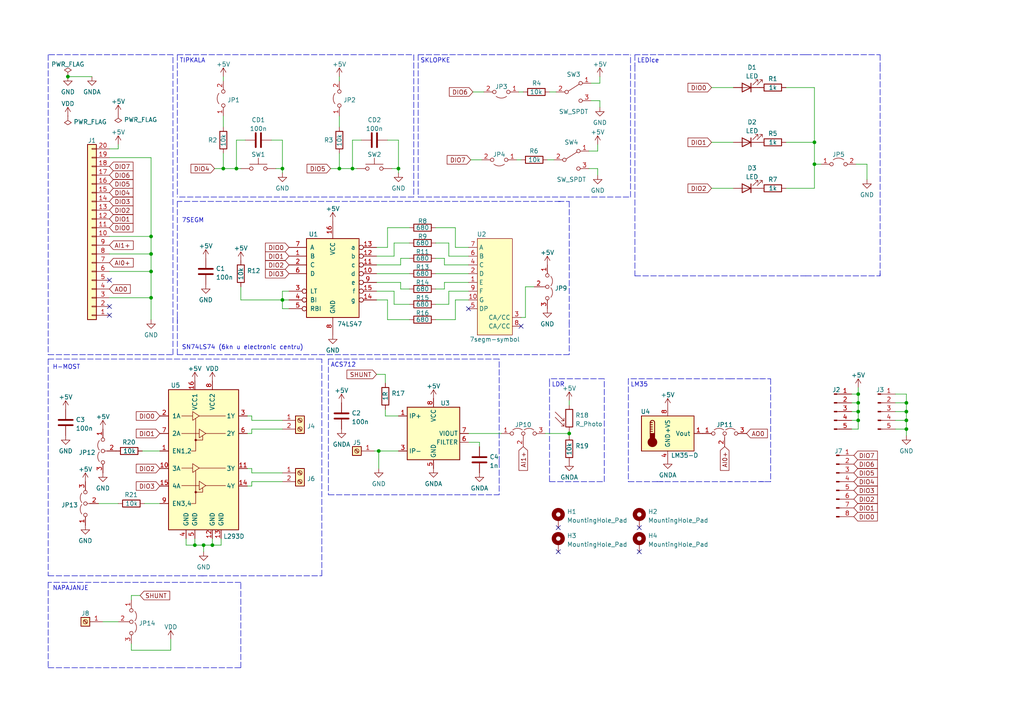
<source format=kicad_sch>
(kicad_sch (version 20211123) (generator eeschema)
  (paper "A4")
  (title_block (title "myDAQExpansionBoard") (date "2022-07-24") (rev "1") (company "TVZ"))
  (junction (at 59.055 158.115))
  (junction (at 248.92 116.84))
  (junction (at 56.515 158.115))
  (junction (at 248.92 114.3))
  (junction (at 61.595 158.115))
  (junction (at 262.89 124.46))
  (junction (at 236.22 47.625))
  (junction (at 262.89 121.92))
  (junction (at 109.855 130.81))
  (junction (at 68.58 48.895))
  (junction (at 115.57 48.895))
  (junction (at 81.915 48.895))
  (junction (at 102.235 48.895))
  (junction (at 165.1 125.73))
  (junction (at 236.22 41.275))
  (junction (at 248.92 121.92))
  (junction (at 262.89 119.38))
  (junction (at 19.685 22.225))
  (junction (at 43.815 73.66))
  (junction (at 81.915 86.995))
  (junction (at 43.815 78.74))
  (junction (at 43.815 86.36))
  (junction (at 64.77 48.895))
  (junction (at 262.89 116.84))
  (junction (at 98.425 48.895))
  (junction (at 248.92 119.38))
  (junction (at 43.815 68.58))
  (no_connect (at 185.42 153.035))
  (no_connect (at 135.89 89.535))
  (no_connect (at 31.75 88.9))
  (no_connect (at 31.75 81.28))
  (no_connect (at 31.75 91.44))
  (no_connect (at 185.42 160.02))
  (no_connect (at 151.13 94.615))
  (no_connect (at 161.925 153.035))
  (no_connect (at 161.925 160.02))
  (wire (pts (xy 43.815 86.36) (xy 43.815 78.74)))
  (wire (pts (xy 236.22 54.61) (xy 236.22 47.625)))
  (wire (pts (xy 62.23 48.895) (xy 64.77 48.895)))
  (wire (pts (xy 80.01 48.895) (xy 81.915 48.895)))
  (wire (pts (xy 251.46 47.625) (xy 248.285 47.625)))
  (wire (pts (xy 112.395 40.64) (xy 115.57 40.64)))
  (wire (pts (xy 259.715 121.92) (xy 262.89 121.92)))
  (polyline (pts (xy 165.1 102.87) (xy 51.435 102.87)))
  (polyline (pts (xy 220.345 109.855) (xy 223.52 109.855)))
  (wire (pts (xy 137.16 26.67) (xy 140.335 26.67)))
  (wire (pts (xy 81.915 86.995) (xy 69.85 86.995)))
  (wire (pts (xy 238.125 47.625) (xy 236.22 47.625)))
  (wire (pts (xy 115.57 40.64) (xy 115.57 48.895)))
  (wire (pts (xy 31.75 43.18) (xy 34.29 43.18)))
  (polyline (pts (xy 51.435 15.875) (xy 120.015 15.875)))
  (wire (pts (xy 128.905 81.915) (xy 128.905 83.82)))
  (wire (pts (xy 158.75 46.355) (xy 160.655 46.355)))
  (wire (pts (xy 126.365 79.375) (xy 135.89 79.375)))
  (wire (pts (xy 236.22 47.625) (xy 236.22 41.275)))
  (polyline (pts (xy 121.285 57.15) (xy 182.88 57.15)))
  (polyline (pts (xy 51.435 58.42) (xy 51.435 93.98)))
  (wire (pts (xy 112.395 86.995) (xy 109.22 86.995)))
  (wire (pts (xy 248.92 114.3) (xy 248.92 116.84)))
  (polyline (pts (xy 69.85 193.675) (xy 69.85 168.91)))
  (wire (pts (xy 135.89 125.73) (xy 145.415 125.73)))
  (wire (pts (xy 149.86 46.355) (xy 151.13 46.355)))
  (polyline (pts (xy 184.15 80.01) (xy 233.68 80.01)))
  (wire (pts (xy 73.025 121.92) (xy 81.915 121.92)))
  (wire (pts (xy 118.745 92.71) (xy 112.395 92.71)))
  (polyline (pts (xy 13.97 102.87) (xy 50.165 102.87)))
  (wire (pts (xy 114.3 70.485) (xy 114.3 74.295)))
  (wire (pts (xy 116.205 83.82) (xy 116.205 81.915)))
  (wire (pts (xy 68.58 48.895) (xy 69.85 48.895)))
  (wire (pts (xy 109.22 108.585) (xy 111.76 108.585)))
  (wire (pts (xy 31.75 68.58) (xy 43.815 68.58)))
  (polyline (pts (xy 184.15 15.875) (xy 184.15 19.05)))
  (wire (pts (xy 81.915 84.455) (xy 81.915 86.995)))
  (polyline (pts (xy 121.285 15.875) (xy 121.285 57.15)))
  (polyline (pts (xy 13.97 193.675) (xy 52.07 193.675)))
  (polyline (pts (xy 223.52 109.855) (xy 223.52 139.7)))
  (wire (pts (xy 19.685 22.225) (xy 26.67 22.225)))
  (polyline (pts (xy 175.26 139.7) (xy 175.26 109.855)))
  (wire (pts (xy 154.94 83.185) (xy 152.4 83.185)))
  (wire (pts (xy 118.745 70.485) (xy 114.3 70.485)))
  (wire (pts (xy 31.75 78.74) (xy 43.815 78.74)))
  (wire (pts (xy 102.235 40.64) (xy 102.235 48.895)))
  (wire (pts (xy 173.99 31.115) (xy 173.99 29.21)))
  (wire (pts (xy 116.205 81.915) (xy 109.22 81.915)))
  (wire (pts (xy 98.425 22.225) (xy 98.425 23.495)))
  (wire (pts (xy 132.08 66.04) (xy 126.365 66.04)))
  (polyline (pts (xy 121.285 15.875) (xy 182.88 15.875)))
  (wire (pts (xy 98.425 33.655) (xy 98.425 36.83)))
  (wire (pts (xy 173.99 29.21) (xy 171.45 29.21)))
  (polyline (pts (xy 144.78 133.985) (xy 144.78 104.14)))
  (wire (pts (xy 43.815 73.66) (xy 43.815 68.58)))
  (wire (pts (xy 112.395 66.04) (xy 112.395 71.755)))
  (wire (pts (xy 139.065 128.27) (xy 139.065 129.54)))
  (wire (pts (xy 248.92 121.92) (xy 248.92 124.46)))
  (wire (pts (xy 259.715 119.38) (xy 262.89 119.38)))
  (wire (pts (xy 247.015 114.3) (xy 248.92 114.3)))
  (wire (pts (xy 206.375 25.4) (xy 212.725 25.4)))
  (wire (pts (xy 115.57 50.165) (xy 115.57 48.895)))
  (wire (pts (xy 41.91 146.05) (xy 46.355 146.05)))
  (wire (pts (xy 102.235 40.64) (xy 104.775 40.64)))
  (wire (pts (xy 135.89 76.835) (xy 128.905 76.835)))
  (wire (pts (xy 78.74 40.64) (xy 81.915 40.64)))
  (wire (pts (xy 262.89 126.365) (xy 262.89 124.46)))
  (wire (pts (xy 43.815 78.74) (xy 43.815 73.66)))
  (wire (pts (xy 95.885 48.895) (xy 98.425 48.895)))
  (wire (pts (xy 98.425 48.895) (xy 102.235 48.895)))
  (wire (pts (xy 73.025 135.89) (xy 73.025 137.16)))
  (wire (pts (xy 111.76 120.65) (xy 111.76 118.745)))
  (wire (pts (xy 130.175 88.265) (xy 126.365 88.265)))
  (polyline (pts (xy 159.385 110.49) (xy 159.385 139.7)))
  (wire (pts (xy 128.905 76.835) (xy 128.905 74.93)))
  (wire (pts (xy 259.715 116.84) (xy 262.89 116.84)))
  (wire (pts (xy 135.89 74.295) (xy 130.175 74.295)))
  (polyline (pts (xy 212.09 109.855) (xy 182.245 109.855)))
  (wire (pts (xy 247.015 116.84) (xy 248.92 116.84)))
  (wire (pts (xy 248.92 116.84) (xy 248.92 119.38)))
  (wire (pts (xy 49.53 188.595) (xy 49.53 185.42)))
  (wire (pts (xy 69.85 83.185) (xy 69.85 86.995)))
  (wire (pts (xy 73.025 125.73) (xy 73.025 124.46)))
  (polyline (pts (xy 93.345 167.005) (xy 93.345 104.14)))
  (wire (pts (xy 68.58 40.64) (xy 71.12 40.64)))
  (wire (pts (xy 118.745 88.265) (xy 114.3 88.265)))
  (wire (pts (xy 73.025 140.97) (xy 71.755 140.97)))
  (wire (pts (xy 109.22 79.375) (xy 118.745 79.375)))
  (polyline (pts (xy 221.615 139.7) (xy 211.455 139.7)))
  (wire (pts (xy 165.1 116.205) (xy 165.1 117.475)))
  (wire (pts (xy 247.015 119.38) (xy 248.92 119.38)))
  (wire (pts (xy 248.92 112.395) (xy 248.92 114.3)))
  (wire (pts (xy 152.4 83.185) (xy 152.4 92.075)))
  (polyline (pts (xy 175.26 109.855) (xy 159.385 109.855)))
  (wire (pts (xy 81.915 48.895) (xy 81.915 50.165)))
  (wire (pts (xy 114.3 84.455) (xy 109.22 84.455)))
  (wire (pts (xy 68.58 40.64) (xy 68.58 48.895)))
  (wire (pts (xy 116.205 76.835) (xy 109.22 76.835)))
  (wire (pts (xy 38.1 188.595) (xy 49.53 188.595)))
  (polyline (pts (xy 190.5 139.7) (xy 212.09 139.7)))
  (wire (pts (xy 64.77 48.895) (xy 68.58 48.895)))
  (wire (pts (xy 73.025 120.65) (xy 71.755 120.65)))
  (wire (pts (xy 115.57 120.65) (xy 111.76 120.65)))
  (wire (pts (xy 262.89 124.46) (xy 262.89 121.92)))
  (wire (pts (xy 227.965 41.275) (xy 236.22 41.275)))
  (wire (pts (xy 73.025 139.7) (xy 73.025 140.97)))
  (polyline (pts (xy 93.345 104.14) (xy 13.97 104.14)))
  (wire (pts (xy 128.905 74.93) (xy 126.365 74.93)))
  (wire (pts (xy 136.525 46.355) (xy 139.7 46.355)))
  (wire (pts (xy 135.89 71.755) (xy 132.08 71.755)))
  (wire (pts (xy 64.135 158.115) (xy 64.135 156.21)))
  (polyline (pts (xy 233.68 15.875) (xy 255.27 15.875)))
  (wire (pts (xy 108.585 130.81) (xy 109.855 130.81)))
  (polyline (pts (xy 161.925 58.42) (xy 165.1 58.42)))
  (polyline (pts (xy 144.78 133.985) (xy 144.78 143.51)))
  (wire (pts (xy 81.915 89.535) (xy 81.915 86.995)))
  (polyline (pts (xy 50.165 15.875) (xy 13.97 15.875)))
  (wire (pts (xy 98.425 48.895) (xy 98.425 44.45)))
  (wire (pts (xy 73.025 121.92) (xy 73.025 120.65)))
  (wire (pts (xy 31.75 86.36) (xy 43.815 86.36)))
  (wire (pts (xy 171.45 24.13) (xy 173.99 24.13)))
  (wire (pts (xy 53.975 158.115) (xy 56.515 158.115)))
  (polyline (pts (xy 120.015 57.15) (xy 51.435 57.15)))
  (wire (pts (xy 128.905 83.82) (xy 126.365 83.82)))
  (wire (pts (xy 165.1 125.095) (xy 165.1 125.73)))
  (wire (pts (xy 71.755 135.89) (xy 73.025 135.89)))
  (wire (pts (xy 81.915 86.995) (xy 83.82 86.995)))
  (polyline (pts (xy 255.27 19.05) (xy 255.27 80.01)))
  (wire (pts (xy 43.815 68.58) (xy 43.815 45.72)))
  (polyline (pts (xy 13.97 168.91) (xy 13.97 193.675)))
  (wire (pts (xy 71.755 125.73) (xy 73.025 125.73)))
  (wire (pts (xy 59.055 158.115) (xy 59.055 160.02)))
  (wire (pts (xy 112.395 92.71) (xy 112.395 86.995)))
  (polyline (pts (xy 159.385 139.7) (xy 175.26 139.7)))
  (polyline (pts (xy 58.42 167.005) (xy 93.345 167.005)))
  (polyline (pts (xy 95.25 143.51) (xy 144.78 143.51)))
  (wire (pts (xy 56.515 158.115) (xy 59.055 158.115)))
  (polyline (pts (xy 165.1 58.42) (xy 165.1 93.98)))
  (wire (pts (xy 109.855 130.81) (xy 115.57 130.81)))
  (wire (pts (xy 31.75 73.66) (xy 43.815 73.66)))
  (wire (pts (xy 114.3 74.295) (xy 109.22 74.295)))
  (polyline (pts (xy 165.1 93.345) (xy 165.1 102.87)))
  (wire (pts (xy 38.1 186.69) (xy 38.1 188.595)))
  (wire (pts (xy 81.915 40.64) (xy 81.915 48.895)))
  (wire (pts (xy 56.515 156.21) (xy 56.515 158.115)))
  (wire (pts (xy 38.1 172.72) (xy 40.64 172.72)))
  (wire (pts (xy 247.015 121.92) (xy 248.92 121.92)))
  (polyline (pts (xy 144.78 104.14) (xy 95.25 104.14)))
  (wire (pts (xy 53.975 156.21) (xy 53.975 158.115)))
  (wire (pts (xy 132.08 71.755) (xy 132.08 66.04)))
  (wire (pts (xy 64.77 48.895) (xy 64.77 44.45)))
  (wire (pts (xy 130.175 70.485) (xy 126.365 70.485)))
  (wire (pts (xy 130.175 84.455) (xy 130.175 88.265)))
  (wire (pts (xy 227.965 54.61) (xy 236.22 54.61)))
  (wire (pts (xy 248.92 124.46) (xy 247.015 124.46)))
  (wire (pts (xy 102.235 48.895) (xy 103.505 48.895)))
  (wire (pts (xy 259.715 124.46) (xy 262.89 124.46)))
  (wire (pts (xy 83.82 84.455) (xy 81.915 84.455)))
  (wire (pts (xy 38.1 172.72) (xy 38.1 173.99)))
  (wire (pts (xy 158.115 125.73) (xy 165.1 125.73)))
  (wire (pts (xy 262.89 119.38) (xy 262.89 116.84)))
  (polyline (pts (xy 255.27 15.875) (xy 255.27 19.05)))
  (wire (pts (xy 130.175 74.295) (xy 130.175 70.485)))
  (polyline (pts (xy 255.27 80.01) (xy 255.27 79.375)))
  (wire (pts (xy 112.395 71.755) (xy 109.22 71.755)))
  (wire (pts (xy 109.855 130.81) (xy 109.855 135.89)))
  (polyline (pts (xy 13.97 167.005) (xy 59.055 167.005)))
  (wire (pts (xy 59.055 158.115) (xy 61.595 158.115)))
  (polyline (pts (xy 223.52 139.7) (xy 220.345 139.7)))
  (wire (pts (xy 64.77 33.655) (xy 64.77 36.83)))
  (polyline (pts (xy 13.97 104.14) (xy 13.97 167.005)))
  (wire (pts (xy 114.3 88.265) (xy 114.3 84.455)))
  (polyline (pts (xy 233.68 15.875) (xy 184.15 15.875)))
  (polyline (pts (xy 182.88 57.15) (xy 182.88 15.875)))
  (polyline (pts (xy 182.245 109.855) (xy 182.245 139.7)))
  (wire (pts (xy 73.025 124.46) (xy 81.915 124.46)))
  (polyline (pts (xy 52.07 193.675) (xy 69.85 193.675)))
  (wire (pts (xy 135.89 86.995) (xy 132.08 86.995)))
  (polyline (pts (xy 159.385 109.855) (xy 159.385 110.49)))
  (wire (pts (xy 206.375 54.61) (xy 212.725 54.61)))
  (polyline (pts (xy 95.25 104.14) (xy 95.25 143.51)))
  (wire (pts (xy 248.92 119.38) (xy 248.92 121.92)))
  (polyline (pts (xy 182.245 139.7) (xy 192.405 139.7)))
  (wire (pts (xy 173.355 50.8) (xy 173.355 48.895)))
  (wire (pts (xy 41.275 130.81) (xy 46.355 130.81)))
  (polyline (pts (xy 50.165 102.87) (xy 50.165 15.875)))
  (wire (pts (xy 170.815 43.815) (xy 173.355 43.815)))
  (wire (pts (xy 34.29 43.18) (xy 34.29 41.91)))
  (polyline (pts (xy 211.455 109.855) (xy 221.615 109.855)))
  (wire (pts (xy 43.815 92.71) (xy 43.815 86.36)))
  (wire (pts (xy 262.89 121.92) (xy 262.89 119.38)))
  (wire (pts (xy 61.595 156.21) (xy 61.595 158.115)))
  (wire (pts (xy 135.89 84.455) (xy 130.175 84.455)))
  (wire (pts (xy 262.89 114.3) (xy 259.715 114.3)))
  (wire (pts (xy 81.915 139.7) (xy 73.025 139.7)))
  (wire (pts (xy 73.025 137.16) (xy 81.915 137.16)))
  (wire (pts (xy 135.89 81.915) (xy 128.905 81.915)))
  (wire (pts (xy 173.99 24.13) (xy 173.99 22.225)))
  (wire (pts (xy 118.745 83.82) (xy 116.205 83.82)))
  (wire (pts (xy 251.46 52.07) (xy 251.46 47.625)))
  (polyline (pts (xy 51.435 102.87) (xy 51.435 92.075)))
  (polyline (pts (xy 233.68 80.01) (xy 255.27 80.01)))
  (wire (pts (xy 236.22 41.275) (xy 236.22 25.4)))
  (wire (pts (xy 132.08 86.995) (xy 132.08 92.71)))
  (wire (pts (xy 132.08 92.71) (xy 126.365 92.71)))
  (wire (pts (xy 29.845 180.34) (xy 34.29 180.34)))
  (wire (pts (xy 150.495 26.67) (xy 151.765 26.67)))
  (polyline (pts (xy 51.435 15.875) (xy 51.435 57.15)))
  (wire (pts (xy 28.575 146.05) (xy 34.29 146.05)))
  (polyline (pts (xy 69.85 168.91) (xy 13.97 168.91)))
  (wire (pts (xy 118.745 74.93) (xy 116.205 74.93)))
  (wire (pts (xy 83.82 89.535) (xy 81.915 89.535)))
  (wire (pts (xy 43.815 45.72) (xy 31.75 45.72)))
  (wire (pts (xy 173.355 43.815) (xy 173.355 41.91)))
  (wire (pts (xy 151.13 92.075) (xy 152.4 92.075)))
  (wire (pts (xy 135.89 128.27) (xy 139.065 128.27)))
  (wire (pts (xy 61.595 158.115) (xy 64.135 158.115)))
  (polyline (pts (xy 184.15 19.05) (xy 184.15 80.01)))
  (wire (pts (xy 116.205 74.93) (xy 116.205 76.835)))
  (wire (pts (xy 173.355 48.895) (xy 170.815 48.895)))
  (wire (pts (xy 236.22 25.4) (xy 227.965 25.4)))
  (polyline (pts (xy 13.97 15.875) (xy 13.97 102.87)))
  (wire (pts (xy 111.76 108.585) (xy 111.76 111.125)))
  (wire (pts (xy 159.385 26.67) (xy 161.29 26.67)))
  (wire (pts (xy 206.375 41.275) (xy 212.725 41.275)))
  (polyline (pts (xy 162.56 58.42) (xy 51.435 58.42)))
  (wire (pts (xy 118.745 66.04) (xy 112.395 66.04)))
  (wire (pts (xy 262.89 116.84) (xy 262.89 114.3)))
  (wire (pts (xy 165.1 125.73) (xy 165.1 126.365)))
  (wire (pts (xy 113.665 48.895) (xy 115.57 48.895)))
  (wire (pts (xy 64.77 22.225) (xy 64.77 23.495)))
  (polyline (pts (xy 120.015 15.875) (xy 120.015 57.15)))
  (text "TO-DO:\n- potenciometar s kondenzatorom\n- hmost kondenzatori\n- smanjiti silkscreen konektora za stepper\n- da li je redosljed izlaza hmosta dobar?\n- dioda za reverse polarity protection\n- ne treba odvojiti gnd, samo udaljiti analogni od digitalnog dijela\n- sklopka: dolje napajanje gore GND\n- ukrasiti legendu korisnim informacijama i oblicima\n- provjeriti cijelu shemu\n- tvz logo, jk logo, JLCJLCJLCJLC, gmail adresa\n- na pločici zaljepiti kaptoj traku ispod shunta\n\nDONE:\n- 2 tipkala i pritezni otpornici (2 jumpera za pull up) - DIO 4,5\n- 2 sklopke i pritezni otpornici (2 jumpera za pull up) - DIO 6,7\n- 4 LEDice - DIO 0,1,2,3\n- IC za 7.segm zaslon - DIO 0,1,2\n- LDR - AIO\n- LM35 - AI1\n- shunt i priključnice\n- acs712, AI0\n- L293D 4 digitalna izlaza, DIP s profi podnožjem\n- staviti 1x05 strip za GND\n- staviti 1x05 strip za +5V" (at 302.26 94.615 0) (effects (font (size 1.27 1.27)) (justify left bottom)))
  (text "SN74LS74 (6kn u electronic centru)" (at 52.705 101.6 0) (effects (font (size 1.27 1.27)) (justify left bottom)))
  (text "LM35" (at 182.88 112.395 0) (effects (font (size 1.27 1.27)) (justify left bottom)))
  (text "7SEGM" (at 52.705 64.77 0) (effects (font (size 1.27 1.27)) (justify left bottom)))
  (text "ACS712" (at 95.885 106.68 0) (effects (font (size 1.27 1.27)) (justify left bottom)))
  (text "NAPAJANJE" (at 15.24 171.45 0) (effects (font (size 1.27 1.27)) (justify left bottom)))
  (text "TIPKALA" (at 52.07 18.415 0) (effects (font (size 1.27 1.27)) (justify left bottom)))
  (text "H-MOST" (at 15.24 107.315 0) (effects (font (size 1.27 1.27)) (justify left bottom)))
  (text "LDR" (at 160.02 112.395 0) (effects (font (size 1.27 1.27)) (justify left bottom)))
  (text "LEDice" (at 184.785 18.415 0) (effects (font (size 1.27 1.27)) (justify left bottom)))
  (text "SKLOPKE" (at 121.92 18.415 0) (effects (font (size 1.27 1.27)) (justify left bottom)))
  (global_label "DIO5" (shape input) (at 95.885 48.895 180) (property "Intersheet References" "${INTERSHEET_REFS}" (effects hide)))
  (global_label "DIO3" (shape input) (at 83.82 79.375 180) (property "Intersheet References" "${INTERSHEET_REFS}" (effects hide)))
  (global_label "DIO1" (shape input) (at 46.355 125.73 180) (property "Intersheet References" "${INTERSHEET_REFS}" (effects hide)))
  (global_label "DIO2" (shape input) (at 46.355 135.89 180) (property "Intersheet References" "${INTERSHEET_REFS}" (effects hide)))
  (global_label "DIO1" (shape input) (at 83.82 74.295 180) (property "Intersheet References" "${INTERSHEET_REFS}" (effects hide)))
  (global_label "AI1+" (shape input) (at 31.75 71.12 0) (property "Intersheet References" "${INTERSHEET_REFS}" (effects hide)))
  (global_label "DIO3" (shape input) (at 46.355 140.97 180) (property "Intersheet References" "${INTERSHEET_REFS}" (effects hide)))
  (global_label "AI0+" (shape input) (at 31.75 76.2 0) (property "Intersheet References" "${INTERSHEET_REFS}" (effects hide)))
  (global_label "DIO1" (shape input) (at 206.375 41.275 180) (property "Intersheet References" "${INTERSHEET_REFS}" (effects hide)))
  (global_label "DIO0" (shape input) (at 46.355 120.65 180) (property "Intersheet References" "${INTERSHEET_REFS}" (effects hide)))
  (global_label "DIO7" (shape input) (at 247.65 132.08 0) (property "Intersheet References" "${INTERSHEET_REFS}" (effects hide)))
  (global_label "DIO2" (shape input) (at 247.65 144.78 0) (property "Intersheet References" "${INTERSHEET_REFS}" (effects hide)))
  (global_label "DIO4" (shape input) (at 62.23 48.895 180) (property "Intersheet References" "${INTERSHEET_REFS}" (effects hide)))
  (global_label "SHUNT" (shape input) (at 109.22 108.585 180) (property "Intersheet References" "${INTERSHEET_REFS}" (effects hide)))
  (global_label "AI0+" (shape input) (at 210.185 129.54 270) (property "Intersheet References" "${INTERSHEET_REFS}" (effects hide)))
  (global_label "DIO0" (shape input) (at 247.65 149.86 0) (property "Intersheet References" "${INTERSHEET_REFS}" (effects hide)))
  (global_label "DIO2" (shape input) (at 206.375 54.61 180) (property "Intersheet References" "${INTERSHEET_REFS}" (effects hide)))
  (global_label "DIO4" (shape input) (at 247.65 139.7 0) (property "Intersheet References" "${INTERSHEET_REFS}" (effects hide)))
  (global_label "DIO4" (shape input) (at 31.75 55.88 0) (property "Intersheet References" "${INTERSHEET_REFS}" (effects hide)))
  (global_label "AI1+" (shape input) (at 151.765 129.54 270) (property "Intersheet References" "${INTERSHEET_REFS}" (effects hide)))
  (global_label "DIO3" (shape input) (at 31.75 58.42 0) (property "Intersheet References" "${INTERSHEET_REFS}" (effects hide)))
  (global_label "DIO1" (shape input) (at 247.65 147.32 0) (property "Intersheet References" "${INTERSHEET_REFS}" (effects hide)))
  (global_label "DIO6" (shape input) (at 137.16 26.67 180) (property "Intersheet References" "${INTERSHEET_REFS}" (effects hide)))
  (global_label "DIO5" (shape input) (at 31.75 53.34 0) (property "Intersheet References" "${INTERSHEET_REFS}" (effects hide)))
  (global_label "DIO2" (shape input) (at 31.75 60.96 0) (property "Intersheet References" "${INTERSHEET_REFS}" (effects hide)))
  (global_label "DIO0" (shape input) (at 31.75 66.04 0) (property "Intersheet References" "${INTERSHEET_REFS}" (effects hide)))
  (global_label "DIO0" (shape input) (at 83.82 71.755 180) (property "Intersheet References" "${INTERSHEET_REFS}" (effects hide)))
  (global_label "DIO7" (shape input) (at 136.525 46.355 180) (property "Intersheet References" "${INTERSHEET_REFS}" (effects hide)))
  (global_label "AO0" (shape input) (at 31.75 83.82 0) (property "Intersheet References" "${INTERSHEET_REFS}" (effects hide)))
  (global_label "DIO1" (shape input) (at 31.75 63.5 0) (property "Intersheet References" "${INTERSHEET_REFS}" (effects hide)))
  (global_label "DIO0" (shape input) (at 206.375 25.4 180) (property "Intersheet References" "${INTERSHEET_REFS}" (effects hide)))
  (global_label "DIO7" (shape input) (at 31.75 48.26 0) (property "Intersheet References" "${INTERSHEET_REFS}" (effects hide)))
  (global_label "AO0" (shape input) (at 216.535 125.73 0) (property "Intersheet References" "${INTERSHEET_REFS}" (effects hide)))
  (global_label "DIO6" (shape input) (at 31.75 50.8 0) (property "Intersheet References" "${INTERSHEET_REFS}" (effects hide)))
  (global_label "SHUNT" (shape input) (at 40.64 172.72 0) (property "Intersheet References" "${INTERSHEET_REFS}" (effects hide)))
  (global_label "DIO5" (shape input) (at 247.65 137.16 0) (property "Intersheet References" "${INTERSHEET_REFS}" (effects hide)))
  (global_label "DIO6" (shape input) (at 247.65 134.62 0) (property "Intersheet References" "${INTERSHEET_REFS}" (effects hide)))
  (global_label "DIO2" (shape input) (at 83.82 76.835 180) (property "Intersheet References" "${INTERSHEET_REFS}" (effects hide)))
  (global_label "DIO3" (shape input) (at 247.65 142.24 0) (property "Intersheet References" "${INTERSHEET_REFS}" (effects hide)))
  (symbol (lib_id "Device:R") (at 224.155 54.61 90) (unit 1)
    (property "Reference" "R7" (at 224.155 52.07 90))
    (property "Value" "1k" (at 224.155 54.61 90))
    (property "Footprint" "Resistor_SMD:R_0603_1608Metric" (effects hide))
  )
  (symbol (lib_id "Device:LED") (at 216.535 25.4 180) (unit 1)
    (property "Reference" "D1" (at 218.1225 19.5412 0))
    (property "Value" "LED" (at 218.1225 22.0781 0))
    (property "Footprint" "LED_THT:LED_D5.0mm" (effects hide))
  )
  (symbol (lib_id "Device:R") (at 37.465 130.81 90) (unit 1)
    (property "Reference" "R20" (at 39.37 128.27 90) (effects (justify left)))
    (property "Value" "10k" (at 39.37 130.81 90) (effects (justify left)))
    (property "Footprint" "Resistor_SMD:R_0603_1608Metric" (effects hide))
  )
  (symbol (lib_id "power:+5V") (at 158.75 76.835 0) (unit 1)
    (property "Reference" "#PWR020" (effects hide))
    (property "Value" "+5V" (at 158.75 73.2592 0))
  )
  (symbol (lib_id "Driver_Motor:L293D") (at 59.055 135.89 0) (unit 1)
    (property "Reference" "U5" (at 49.53 111.76 0) (effects (justify left)))
    (property "Value" "L293D" (at 64.77 155.575 0) (effects (justify left)))
    (property "Footprint" "Package_DIP:DIP-16_W7.62mm" (effects hide))
    (property "Datasheet" "http://www.ti.com/lit/ds/symlink/l293.pdf" (effects hide))
  )
  (symbol (lib_id "Device:R") (at 64.77 40.64 0) (unit 1)
    (property "Reference" "R2" (at 60.325 40.64 0) (effects (justify left)))
    (property "Value" "10k" (at 64.77 42.545 90) (effects (justify left)))
    (property "Footprint" "Resistor_SMD:R_0603_1608Metric" (effects hide))
  )
  (symbol (lib_id "74xx:74LS47") (at 96.52 79.375 0) (unit 1)
    (property "Reference" "U1" (at 89.535 67.945 0) (effects (justify left)))
    (property "Value" "74LS47" (at 97.79 93.98 0) (effects (justify left)))
    (property "Footprint" "Package_DIP:DIP-16_W7.62mm" (effects hide))
    (property "Datasheet" "http://www.ti.com/lit/gpn/sn74LS47" (effects hide))
  )
  (symbol (lib_id "Symbols:7segm-symbol") (at 143.51 81.915 0) (unit 1)
    (property "Reference" "U2" (at 139.7 67.945 0))
    (property "Value" "7segm-symbol" (at 143.51 98.425 0))
    (property "Footprint" "Library:7segm-SA52" (effects hide))
  )
  (symbol (lib_id "Device:LED") (at 216.535 54.61 180) (unit 1)
    (property "Reference" "D3" (at 218.1225 48.7512 0))
    (property "Value" "LED" (at 218.1225 51.2881 0))
    (property "Footprint" "LED_THT:LED_D5.0mm" (effects hide))
  )
  (symbol (lib_id "Mechanical:MountingHole_Pad") (at 161.925 150.495 0) (unit 1)
    (property "Reference" "H1" (at 164.465 148.3903 0) (effects (justify left)))
    (property "Value" "MountingHole_Pad" (at 164.465 150.9272 0) (effects (justify left)))
    (property "Footprint" "MountingHole:MountingHole_3.2mm_M3_Pad_Via" (effects hide))
  )
  (symbol (lib_id "power:+5V") (at 24.765 139.7 0) (unit 1)
    (property "Reference" "#PWR0111" (effects hide))
    (property "Value" "+5V" (at 24.765 136.1242 0))
  )
  (symbol (lib_id "Device:C") (at 108.585 40.64 90) (unit 1)
    (property "Reference" "CD2" (at 108.585 34.7812 90))
    (property "Value" "100n" (at 108.585 37.3181 90))
    (property "Footprint" "Capacitor_SMD:C_0603_1608Metric" (effects hide))
  )
  (symbol (lib_id "Jumper:Jumper_3_Open") (at 151.765 125.73 0) (unit 1)
    (property "Reference" "JP10" (at 151.765 123.195 0))
    (property "Value" "Jumper_3_Open" (effects hide))
    (property "Footprint" "Connector_PinHeader_2.54mm:PinHeader_1x03_P2.54mm_Vertical" (effects hide))
  )
  (symbol (lib_id "Sensor_Current:ACS712xLCTR-05B") (at 125.73 125.73 0) (unit 1)
    (property "Reference" "U3" (at 127.7494 116.9472 0) (effects (justify left)))
    (property "Value" "ACS712xLCTR-05B" (effects hide))
    (property "Footprint" "Package_SO:SOIC-8_3.9x4.9mm_P1.27mm" (effects hide))
    (property "Datasheet" "http://www.allegromicro.com/~/media/Files/Datasheets/ACS712-Datasheet.ashx?la=en" (effects hide))
  )
  (symbol (lib_id "Connector:Screw_Terminal_01x01") (at 103.505 130.81 180) (unit 1)
    (property "Reference" "J5" (at 103.505 128.3772 0))
    (property "Value" "Screw_Terminal_01x01" (effects hide))
    (property "Footprint" "Library:DELTRON 4mm banana socket - black" (effects hide))
  )
  (symbol (lib_id "power:+5V") (at 19.05 118.745 0) (unit 1)
    (property "Reference" "#PWR032" (effects hide))
    (property "Value" "+5V" (at 19.05 115.1692 0))
  )
  (symbol (lib_id "Device:R") (at 122.555 66.04 90) (unit 1)
    (property "Reference" "R8" (at 122.555 64.135 90))
    (property "Value" "680" (at 122.555 66.04 90))
    (property "Footprint" "Resistor_SMD:R_0603_1608Metric" (effects hide))
  )
  (symbol (lib_id "Device:R") (at 98.425 40.64 0) (unit 1)
    (property "Reference" "R3" (at 93.98 40.64 0) (effects (justify left)))
    (property "Value" "10k" (at 98.425 42.545 90) (effects (justify left)))
    (property "Footprint" "Resistor_SMD:R_0603_1608Metric" (effects hide))
  )
  (symbol (lib_id "power:+5V") (at 34.29 41.91 0) (unit 1)
    (property "Reference" "#PWR09" (effects hide))
    (property "Value" "+5V" (at 34.29 38.3342 0))
  )
  (symbol (lib_id "Connector:Conn_01x05_Male") (at 254.635 119.38 0) (unit 1)
    (property "Reference" "J3" (at 255.27 113.061 0))
    (property "Value" "Conn_01x05_Male" (effects hide))
    (property "Footprint" "Connector_PinHeader_2.54mm:PinHeader_1x05_P2.54mm_Vertical" (effects hide))
  )
  (symbol (lib_id "power:GND") (at 59.69 82.55 0) (unit 1)
    (property "Reference" "#PWR021" (effects hide))
    (property "Value" "GND" (at 59.69 86.9934 0))
  )
  (symbol (lib_id "power:VDD") (at 19.685 33.655 0) (unit 1)
    (property "Reference" "#PWR08" (effects hide))
    (property "Value" "VDD" (at 19.685 30.0792 0))
  )
  (symbol (lib_id "Device:C") (at 139.065 133.35 0) (unit 1)
    (property "Reference" "C4" (at 141.986 132.5153 0) (effects (justify left)))
    (property "Value" "1n" (at 141.986 135.0522 0) (effects (justify left)))
    (property "Footprint" "Capacitor_SMD:C_0603_1608Metric" (effects hide))
  )
  (symbol (lib_id "Jumper:Jumper_2_Open") (at 145.415 26.67 180) (unit 1)
    (property "Reference" "JP3" (at 145.415 25.1262 0))
    (property "Value" "Jumper_2_Open" (effects hide))
    (property "Footprint" "Connector_PinHeader_2.54mm:PinHeader_1x02_P2.54mm_Vertical" (effects hide))
  )
  (symbol (lib_id "power:GND") (at 43.815 92.71 0) (unit 1)
    (property "Reference" "#PWR023" (effects hide))
    (property "Value" "GND" (at 43.815 97.1534 0))
  )
  (symbol (lib_id "Jumper:Jumper_2_Open") (at 243.205 47.625 0) (unit 1)
    (property "Reference" "JP5" (at 243.205 44.8112 0))
    (property "Value" "Jumper_2_Open" (effects hide))
    (property "Footprint" "Connector_PinHeader_2.54mm:PinHeader_1x02_P2.54mm_Vertical" (effects hide))
  )
  (symbol (lib_id "Device:R") (at 224.155 25.4 90) (unit 1)
    (property "Reference" "R1" (at 224.155 22.86 90))
    (property "Value" "1k" (at 224.155 25.4 90))
    (property "Footprint" "Resistor_SMD:R_0603_1608Metric" (effects hide))
  )
  (symbol (lib_id "power:+5V") (at 64.77 22.225 0) (unit 1)
    (property "Reference" "#PWR02" (effects hide))
    (property "Value" "+5V" (at 64.77 18.6492 0))
  )
  (symbol (lib_id "power:+5V") (at 29.845 124.46 0) (unit 1)
    (property "Reference" "#PWR033" (effects hide))
    (property "Value" "+5V" (at 29.845 120.8842 0))
  )
  (symbol (lib_id "power:+5V") (at 125.73 115.57 0) (unit 1)
    (property "Reference" "#PWR028" (effects hide))
    (property "Value" "+5V" (at 125.73 111.9942 0))
  )
  (symbol (lib_id "Device:R") (at 122.555 70.485 90) (unit 1)
    (property "Reference" "R9" (at 122.555 68.58 90))
    (property "Value" "680" (at 122.555 70.485 90))
    (property "Footprint" "Resistor_SMD:R_0603_1608Metric" (effects hide))
  )
  (symbol (lib_id "Sensor_Temperature:LM35-D") (at 193.675 125.73 0) (unit 1)
    (property "Reference" "U4" (at 188.595 119.38 0) (effects (justify right)))
    (property "Value" "LM35-D" (at 202.565 132.08 0) (effects (justify right)))
    (property "Footprint" "Package_SO:SOIC-8_3.9x4.9mm_P1.27mm" (effects hide))
    (property "Datasheet" "http://www.ti.com/lit/ds/symlink/lm35.pdf" (effects hide))
  )
  (symbol (lib_id "Switch:SW_Push") (at 108.585 48.895 0) (unit 1)
    (property "Reference" "SW2" (at 108.585 44.8112 0))
    (property "Value" "SW_Push" (effects hide))
    (property "Footprint" "Library:Omron_B3F-12x12mm" (effects hide))
  )
  (symbol (lib_id "power:GND") (at 81.915 50.165 0) (unit 1)
    (property "Reference" "#PWR011" (effects hide))
    (property "Value" "GND" (at 81.915 54.6084 0))
  )
  (symbol (lib_id "power:GND") (at 158.75 89.535 0) (unit 1)
    (property "Reference" "#PWR022" (effects hide))
    (property "Value" "GND" (at 158.75 93.9784 0))
  )
  (symbol (lib_id "power:GNDA") (at 26.67 22.225 0) (unit 1)
    (property "Reference" "#PWR0106" (effects hide))
    (property "Value" "GNDA" (at 26.67 26.6684 0))
  )
  (symbol (lib_id "Connector:Screw_Terminal_01x02") (at 86.995 121.92 0) (unit 1)
    (property "Reference" "J4" (at 89.027 123.6238 0) (effects (justify left)))
    (property "Value" "Screw_Terminal_01x02" (effects hide))
    (property "Footprint" "TerminalBlock_Phoenix:TerminalBlock_Phoenix_MKDS-1,5-2-5.08_1x02_P5.08mm_Horizontal" (effects hide))
  )
  (symbol (lib_id "Mechanical:MountingHole_Pad") (at 185.42 157.48 0) (unit 1)
    (property "Reference" "H4" (at 187.96 155.3753 0) (effects (justify left)))
    (property "Value" "MountingHole_Pad" (at 187.96 157.9122 0) (effects (justify left)))
    (property "Footprint" "MountingHole:MountingHole_3.2mm_M3_Pad_Via" (effects hide))
  )
  (symbol (lib_id "Connector:Screw_Terminal_01x01") (at 24.765 180.34 180) (unit 1)
    (property "Reference" "J8" (at 24.765 177.9072 0))
    (property "Value" "Screw_Terminal_01x01" (effects hide))
    (property "Footprint" "Library:DELTRON 4mm banana socket - red" (effects hide))
  )
  (symbol (lib_id "Jumper:Jumper_2_Open") (at 144.78 46.355 180) (unit 1)
    (property "Reference" "JP4" (at 144.78 44.8112 0))
    (property "Value" "Jumper_2_Open" (effects hide))
    (property "Footprint" "Connector_PinHeader_2.54mm:PinHeader_1x02_P2.54mm_Vertical" (effects hide))
  )
  (symbol (lib_id "Jumper:Jumper_3_Open") (at 24.765 146.05 90) (unit 1)
    (property "Reference" "JP13" (at 22.6309 146.4838 90) (effects (justify left)))
    (property "Value" "Jumper_3_Open" (effects hide))
    (property "Footprint" "Connector_PinHeader_2.54mm:PinHeader_1x03_P2.54mm_Vertical" (effects hide))
  )
  (symbol (lib_id "power:+5V") (at 96.52 64.135 0) (unit 1)
    (property "Reference" "#PWR016" (effects hide))
    (property "Value" "+5V" (at 96.52 60.5592 0))
  )
  (symbol (lib_id "power:+5V") (at 69.85 75.565 0) (unit 1)
    (property "Reference" "#PWR019" (effects hide))
    (property "Value" "+5V" (at 69.85 71.9892 0))
  )
  (symbol (lib_id "Switch:SW_SPDT") (at 166.37 26.67 0) (unit 1)
    (property "Reference" "SW3" (at 166.37 21.59 0))
    (property "Value" "SW_SPDT" (at 166.37 32.385 0))
    (property "Footprint" "Library:we01014042" (effects hide))
  )
  (symbol (lib_id "Jumper:Jumper_3_Open") (at 38.1 180.34 270) (unit 1)
    (property "Reference" "JP14" (at 40.2342 180.7738 90) (effects (justify left)))
    (property "Value" "Jumper_3_Open" (effects hide))
    (property "Footprint" "Connector_PinHeader_2.54mm:PinHeader_1x03_P2.54mm_Vertical" (effects hide))
  )
  (symbol (lib_id "Device:R") (at 122.555 74.93 90) (unit 1)
    (property "Reference" "R11" (at 122.555 73.025 90))
    (property "Value" "680" (at 122.555 74.93 90))
    (property "Footprint" "Resistor_SMD:R_0603_1608Metric" (effects hide))
  )
  (symbol (lib_id "power:GND") (at 251.46 52.07 0) (unit 1)
    (property "Reference" "#PWR0110" (effects hide))
    (property "Value" "GND" (at 251.46 56.5134 0))
  )
  (symbol (lib_id "Jumper:Jumper_3_Open") (at 29.845 130.81 90) (mirror x) (unit 1)
    (property "Reference" "JP12" (at 27.7109 131.2438 90) (effects (justify left)))
    (property "Value" "Jumper_3_Open" (effects hide))
    (property "Footprint" "Connector_PinHeader_2.54mm:PinHeader_1x03_P2.54mm_Vertical" (effects hide))
  )
  (symbol (lib_id "power:GNDA") (at 99.06 124.46 0) (unit 1)
    (property "Reference" "#PWR0104" (effects hide))
    (property "Value" "GNDA" (at 99.06 128.9034 0))
  )
  (symbol (lib_id "Jumper:Jumper_2_Open") (at 98.425 28.575 90) (unit 1)
    (property "Reference" "JP2" (at 99.568 29.0088 90) (effects (justify right)))
    (property "Value" "Jumper_2_Open" (effects hide))
    (property "Footprint" "Connector_PinHeader_2.54mm:PinHeader_1x02_P2.54mm_Vertical" (effects hide))
  )
  (symbol (lib_id "Mechanical:MountingHole_Pad") (at 161.925 157.48 0) (unit 1)
    (property "Reference" "H3" (at 164.465 155.3753 0) (effects (justify left)))
    (property "Value" "MountingHole_Pad" (at 164.465 157.9122 0) (effects (justify left)))
    (property "Footprint" "MountingHole:MountingHole_3.2mm_M3_Pad_Via" (effects hide))
  )
  (symbol (lib_id "power:GND") (at 109.855 135.89 0) (unit 1)
    (property "Reference" "#PWR0107" (effects hide))
    (property "Value" "GND" (at 109.855 140.3334 0))
  )
  (symbol (lib_id "power:GND") (at 262.89 126.365 0) (unit 1)
    (property "Reference" "#PWR036" (effects hide))
    (property "Value" "GND" (at 262.89 130.8084 0))
  )
  (symbol (lib_id "Mechanical:MountingHole_Pad") (at 185.42 150.495 0) (unit 1)
    (property "Reference" "H2" (at 187.96 148.3903 0) (effects (justify left)))
    (property "Value" "MountingHole_Pad" (at 187.96 150.9272 0) (effects (justify left)))
    (property "Footprint" "MountingHole:MountingHole_3.2mm_M3_Pad_Via" (effects hide))
  )
  (symbol (lib_id "power:GND") (at 19.05 126.365 0) (unit 1)
    (property "Reference" "#PWR035" (effects hide))
    (property "Value" "GND" (at 19.05 130.8084 0))
  )
  (symbol (lib_id "power:GND") (at 115.57 50.165 0) (unit 1)
    (property "Reference" "#PWR012" (effects hide))
    (property "Value" "GND" (at 115.57 54.6084 0))
  )
  (symbol (lib_id "Connector:Screw_Terminal_01x02") (at 86.995 137.16 0) (unit 1)
    (property "Reference" "J6" (at 89.027 138.8638 0) (effects (justify left)))
    (property "Value" "Screw_Terminal_01x02" (effects hide))
    (property "Footprint" "TerminalBlock_Phoenix:TerminalBlock_Phoenix_MKDS-1,5-2-5.08_1x02_P5.08mm_Horizontal" (effects hide))
  )
  (symbol (lib_id "Switch:SW_Push") (at 74.93 48.895 0) (unit 1)
    (property "Reference" "SW1" (at 74.93 44.8112 0))
    (property "Value" "SW_Push" (effects hide))
    (property "Footprint" "Library:Omron_B3F-12x12mm" (effects hide))
  )
  (symbol (lib_id "Connector_Generic:Conn_01x20") (at 26.67 68.58 180) (unit 1)
    (property "Reference" "J1" (at 26.67 40.7472 0))
    (property "Value" "OSTV7XX3151" (effects hide))
    (property "Footprint" "Library:OSTV7XX3151" (effects hide))
  )
  (symbol (lib_id "power:PWR_FLAG") (at 34.29 33.02 180) (unit 1)
    (property "Reference" "#FLG02" (effects hide))
    (property "Value" "PWR_FLAG" (at 35.941 34.7238 0) (effects (justify right)))
  )
  (symbol (lib_id "Device:R_Photo") (at 165.1 121.285 0) (unit 1)
    (property "Reference" "R18" (at 166.878 120.4503 0) (effects (justify left)))
    (property "Value" "R_Photo" (at 166.878 122.9872 0) (effects (justify left)))
    (property "Footprint" "OptoDevice:R_LDR_5.1x4.3mm_P3.4mm_Vertical" (effects hide))
  )
  (symbol (lib_id "power:GND") (at 173.99 31.115 0) (unit 1)
    (property "Reference" "#PWR013" (effects hide))
    (property "Value" "GND" (at 173.99 35.5584 0))
  )
  (symbol (lib_id "power:GND") (at 29.845 137.16 0) (unit 1)
    (property "Reference" "#PWR0112" (effects hide))
    (property "Value" "GND" (at 29.845 141.6034 0))
  )
  (symbol (lib_id "power:+5V") (at 59.69 74.93 0) (unit 1)
    (property "Reference" "#PWR018" (effects hide))
    (property "Value" "+5V" (at 59.69 71.3542 0))
  )
  (symbol (lib_id "power:+5V") (at 173.99 22.225 0) (unit 1)
    (property "Reference" "#PWR04" (effects hide))
    (property "Value" "+5V" (at 173.99 18.6492 0))
  )
  (symbol (lib_id "Jumper:Jumper_2_Open") (at 64.77 28.575 90) (unit 1)
    (property "Reference" "JP1" (at 65.913 29.0088 90) (effects (justify right)))
    (property "Value" "Jumper_2_Open" (effects hide))
    (property "Footprint" "Connector_PinHeader_2.54mm:PinHeader_1x02_P2.54mm_Vertical" (effects hide))
  )
  (symbol (lib_id "power:VDD") (at 49.53 185.42 0) (unit 1)
    (property "Reference" "#PWR045" (effects hide))
    (property "Value" "VDD" (at 49.53 181.8442 0))
  )
  (symbol (lib_id "Device:R") (at 122.555 92.71 90) (unit 1)
    (property "Reference" "R16" (at 122.555 90.805 90))
    (property "Value" "680" (at 122.555 92.71 90))
    (property "Footprint" "Resistor_SMD:R_0603_1608Metric" (effects hide))
  )
  (symbol (lib_id "power:+5V") (at 193.675 118.11 0) (unit 1)
    (property "Reference" "#PWR031" (effects hide))
    (property "Value" "+5V" (at 193.675 114.5342 0))
  )
  (symbol (lib_id "power:GNDA") (at 165.1 133.985 0) (unit 1)
    (property "Reference" "#PWR0101" (effects hide))
    (property "Value" "GNDA" (at 165.1 138.4284 0))
  )
  (symbol (lib_id "Jumper:Jumper_3_Open") (at 158.75 83.185 270) (unit 1)
    (property "Reference" "JP9" (at 160.8842 83.6188 90) (effects (justify left)))
    (property "Value" "Jumper_3_Open" (effects hide))
    (property "Footprint" "Connector_PinHeader_2.54mm:PinHeader_1x03_P2.54mm_Vertical" (effects hide))
  )
  (symbol (lib_id "power:+5V") (at 173.355 41.91 0) (unit 1)
    (property "Reference" "#PWR0108" (effects hide))
    (property "Value" "+5V" (at 173.355 38.3342 0))
  )
  (symbol (lib_id "Device:R") (at 69.85 79.375 0) (unit 1)
    (property "Reference" "R12" (at 71.628 78.5403 0) (effects (justify left)))
    (property "Value" "10k" (at 69.85 81.28 90) (effects (justify left)))
    (property "Footprint" "Resistor_SMD:R_0603_1608Metric" (effects hide))
  )
  (symbol (lib_id "Device:R") (at 122.555 79.375 90) (unit 1)
    (property "Reference" "R13" (at 122.555 77.47 90))
    (property "Value" "680" (at 122.555 79.375 90))
    (property "Footprint" "Resistor_SMD:R_0603_1608Metric" (effects hide))
  )
  (symbol (lib_id "Device:R") (at 38.1 146.05 90) (unit 1)
    (property "Reference" "R21" (at 40.005 143.51 90) (effects (justify left)))
    (property "Value" "10k" (at 40.005 146.05 90) (effects (justify left)))
    (property "Footprint" "Resistor_SMD:R_0603_1608Metric" (effects hide))
  )
  (symbol (lib_id "Switch:SW_SPDT") (at 165.735 46.355 0) (unit 1)
    (property "Reference" "SW4" (at 165.735 41.275 0))
    (property "Value" "SW_SPDT" (at 165.735 52.07 0))
    (property "Footprint" "Library:we01014042" (effects hide))
  )
  (symbol (lib_id "Device:R") (at 224.155 41.275 90) (unit 1)
    (property "Reference" "R5" (at 224.155 38.735 90))
    (property "Value" "1k" (at 224.155 41.275 90))
    (property "Footprint" "Resistor_SMD:R_0603_1608Metric" (effects hide))
  )
  (symbol (lib_id "power:+5V") (at 248.92 112.395 0) (unit 1)
    (property "Reference" "#PWR027" (effects hide))
    (property "Value" "+5V" (at 248.92 108.8192 0))
  )
  (symbol (lib_id "power:+5V") (at 165.1 116.205 0) (unit 1)
    (property "Reference" "#PWR029" (effects hide))
    (property "Value" "+5V" (at 165.1 112.6292 0))
  )
  (symbol (lib_id "Jumper:Jumper_3_Open") (at 210.185 125.73 0) (unit 1)
    (property "Reference" "JP11" (at 210.185 123.195 0))
    (property "Value" "Jumper_3_Open" (effects hide))
    (property "Footprint" "Connector_PinHeader_2.54mm:PinHeader_1x03_P2.54mm_Vertical" (effects hide))
  )
  (symbol (lib_id "power:GND") (at 96.52 97.155 0) (unit 1)
    (property "Reference" "#PWR024" (effects hide))
    (property "Value" "GND" (at 96.52 101.6 0))
  )
  (symbol (lib_id "power:PWR_FLAG") (at 19.685 33.655 180) (unit 1)
    (property "Reference" "#FLG03" (effects hide))
    (property "Value" "PWR_FLAG" (at 21.336 35.3588 0) (effects (justify right)))
  )
  (symbol (lib_id "Device:R") (at 154.94 46.355 90) (unit 1)
    (property "Reference" "R6" (at 156.21 43.815 90) (effects (justify left)))
    (property "Value" "10k" (at 156.845 46.355 90) (effects (justify left)))
    (property "Footprint" "Resistor_SMD:R_0603_1608Metric" (effects hide))
  )
  (symbol (lib_id "power:GNDA") (at 139.065 137.16 0) (unit 1)
    (property "Reference" "#PWR0102" (effects hide))
    (property "Value" "GNDA" (at 139.065 141.6034 0))
  )
  (symbol (lib_id "power:GND") (at 173.355 50.8 0) (unit 1)
    (property "Reference" "#PWR0109" (effects hide))
    (property "Value" "GND" (at 173.355 55.2434 0))
  )
  (symbol (lib_id "power:VDD") (at 61.595 110.49 0) (unit 1)
    (property "Reference" "#PWR026" (effects hide))
    (property "Value" "VDD" (at 61.595 106.9142 0))
  )
  (symbol (lib_id "power:+5V") (at 98.425 22.225 0) (unit 1)
    (property "Reference" "#PWR03" (effects hide))
    (property "Value" "+5V" (at 98.425 18.6492 0))
  )
  (symbol (lib_id "power:+5V") (at 34.29 33.02 0) (unit 1)
    (property "Reference" "#PWR07" (effects hide))
    (property "Value" "+5V" (at 34.29 29.4442 0))
  )
  (symbol (lib_id "Device:C") (at 19.05 122.555 0) (unit 1)
    (property "Reference" "C3" (at 21.971 121.7203 0) (effects (justify left)))
    (property "Value" "100n" (at 21.971 124.2572 0) (effects (justify left)))
    (property "Footprint" "Capacitor_SMD:C_0603_1608Metric" (effects hide))
  )
  (symbol (lib_id "power:GND") (at 24.765 152.4 0) (unit 1)
    (property "Reference" "#PWR0113" (effects hide))
    (property "Value" "GND" (at 24.765 156.8434 0))
  )
  (symbol (lib_id "Device:C") (at 99.06 120.65 0) (unit 1)
    (property "Reference" "C2" (at 101.981 119.8153 0) (effects (justify left)))
    (property "Value" "100n" (at 101.981 122.3522 0) (effects (justify left)))
    (property "Footprint" "Capacitor_SMD:C_0603_1608Metric" (effects hide))
  )
  (symbol (lib_id "power:GNDA") (at 193.675 133.35 0) (unit 1)
    (property "Reference" "#PWR0103" (effects hide))
    (property "Value" "GNDA" (at 193.675 137.7934 0))
  )
  (symbol (lib_id "Device:R") (at 111.76 114.935 0) (unit 1)
    (property "Reference" "R17" (at 113.538 114.1003 0) (effects (justify left)))
    (property "Value" "1R" (at 111.76 116.205 90) (effects (justify left)))
    (property "Footprint" "Library:R_Axial_Power_L60.0mm_W14.0mm_P71.12mm" (effects hide))
  )
  (symbol (lib_id "power:PWR_FLAG") (at 19.685 22.225 0) (unit 1)
    (property "Reference" "#FLG01" (effects hide))
    (property "Value" "PWR_FLAG" (at 19.685 18.6492 0))
  )
  (symbol (lib_id "Connector:Conn_01x05_Male") (at 241.935 119.38 0) (unit 1)
    (property "Reference" "J2" (at 242.57 113.061 0))
    (property "Value" "Conn_01x05_Male" (effects hide))
    (property "Footprint" "Connector_PinHeader_2.54mm:PinHeader_1x05_P2.54mm_Vertical" (effects hide))
  )
  (symbol (lib_id "power:+5V") (at 56.515 110.49 0) (unit 1)
    (property "Reference" "#PWR025" (effects hide))
    (property "Value" "+5V" (at 56.515 106.9142 0))
  )
  (symbol (lib_id "power:GND") (at 19.685 22.225 0) (unit 1)
    (property "Reference" "#PWR01" (effects hide))
    (property "Value" "GND" (at 19.685 26.6684 0))
  )
  (symbol (lib_id "Device:C") (at 59.69 78.74 0) (unit 1)
    (property "Reference" "C1" (at 62.611 77.9053 0) (effects (justify left)))
    (property "Value" "100n" (at 62.611 80.4422 0) (effects (justify left)))
    (property "Footprint" "Capacitor_SMD:C_0603_1608Metric" (effects hide))
  )
  (symbol (lib_id "Device:C") (at 74.93 40.64 90) (unit 1)
    (property "Reference" "CD1" (at 74.93 34.7812 90))
    (property "Value" "100n" (at 74.93 37.3181 90))
    (property "Footprint" "Capacitor_SMD:C_0603_1608Metric" (effects hide))
  )
  (symbol (lib_id "Connector:Conn_01x08_Male") (at 242.57 139.7 0) (unit 1)
    (property "Reference" "J7" (at 243.205 130.841 0))
    (property "Value" "Conn_01x08_Male" (effects hide))
    (property "Footprint" "Connector_PinHeader_2.54mm:PinHeader_1x08_P2.54mm_Vertical" (effects hide))
  )
  (symbol (lib_id "Device:R") (at 122.555 88.265 90) (unit 1)
    (property "Reference" "R15" (at 122.555 86.36 90))
    (property "Value" "680" (at 122.555 88.265 90))
    (property "Footprint" "Resistor_SMD:R_0603_1608Metric" (effects hide))
  )
  (symbol (lib_id "Device:R") (at 165.1 130.175 0) (unit 1)
    (property "Reference" "R19" (at 166.878 129.3403 0) (effects (justify left)))
    (property "Value" "10k" (at 165.1 132.08 90) (effects (justify left)))
    (property "Footprint" "Resistor_SMD:R_0603_1608Metric" (effects hide))
  )
  (symbol (lib_id "Device:LED") (at 216.535 41.275 180) (unit 1)
    (property "Reference" "D2" (at 218.1225 35.4162 0))
    (property "Value" "LED" (at 218.1225 37.9531 0))
    (property "Footprint" "LED_THT:LED_D5.0mm" (effects hide))
  )
  (symbol (lib_id "power:GND") (at 59.055 160.02 0) (unit 1)
    (property "Reference" "#PWR044" (effects hide))
    (property "Value" "GND" (at 59.055 164.4634 0))
  )
  (symbol (lib_id "Device:R") (at 155.575 26.67 270) (unit 1)
    (property "Reference" "R4" (at 154.305 24.13 90) (effects (justify left)))
    (property "Value" "10k" (at 153.67 26.67 90) (effects (justify left)))
    (property "Footprint" "Resistor_SMD:R_0603_1608Metric" (effects hide))
  )
  (symbol (lib_id "Device:R") (at 122.555 83.82 90) (unit 1)
    (property "Reference" "R14" (at 122.555 81.915 90))
    (property "Value" "680" (at 122.555 83.82 90))
    (property "Footprint" "Resistor_SMD:R_0603_1608Metric" (effects hide))
  )
  (symbol (lib_id "power:+5V") (at 99.06 116.84 0) (unit 1)
    (property "Reference" "#PWR030" (effects hide))
    (property "Value" "+5V" (at 99.06 113.2642 0))
  )
  (symbol (lib_id "power:GNDA") (at 125.73 135.89 0) (unit 1)
    (property "Reference" "#PWR0105" (effects hide))
    (property "Value" "GNDA" (at 125.73 140.3334 0))
  )
)
</source>
